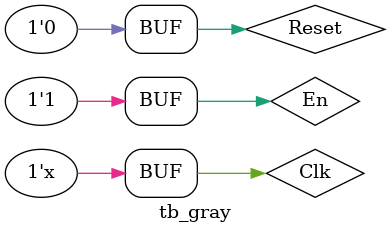
<source format=v>
`timescale 1ns / 1ps


module tb_gray();
    reg Clk;
    reg En;
    reg Reset;
    wire [2:0]Output;
    wire Overflow;
    
    gray uut(
        .Clk(Clk),
        .En(En),
        .Reset(Reset),
        .Output(Output),
        .Overflow(Overflow)
    );
    initial 
    begin
        En = 0;
        Clk = 0;
        Reset = 0;
           #10 En = 1;
        #40 Reset = 1;
        #10 Reset = 0;
        #90 Reset = 1;
        #15 Reset = 0;
       end
        always #5 Clk = ~Clk;
endmodule

</source>
